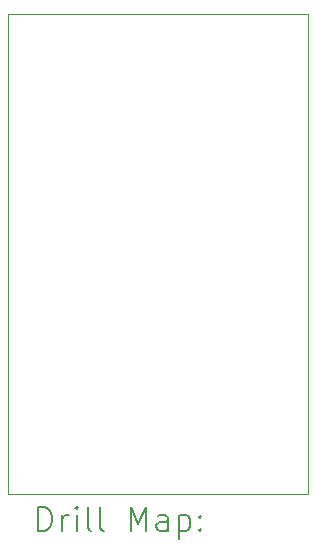
<source format=gbr>
%TF.GenerationSoftware,KiCad,Pcbnew,9.0.6*%
%TF.CreationDate,2026-01-07T21:30:00-06:00*%
%TF.ProjectId,QFP-32_7x7_P0.8,5146502d-3332-45f3-9778-375f50302e38,rev?*%
%TF.SameCoordinates,Original*%
%TF.FileFunction,Drillmap*%
%TF.FilePolarity,Positive*%
%FSLAX45Y45*%
G04 Gerber Fmt 4.5, Leading zero omitted, Abs format (unit mm)*
G04 Created by KiCad (PCBNEW 9.0.6) date 2026-01-07 21:30:00*
%MOMM*%
%LPD*%
G01*
G04 APERTURE LIST*
%ADD10C,0.050000*%
%ADD11C,0.200000*%
G04 APERTURE END LIST*
D10*
X12573000Y-10033000D02*
X15113000Y-10033000D01*
X15113000Y-14097000D01*
X12573000Y-14097000D01*
X12573000Y-10033000D01*
D11*
X12831277Y-14410984D02*
X12831277Y-14210984D01*
X12831277Y-14210984D02*
X12878896Y-14210984D01*
X12878896Y-14210984D02*
X12907467Y-14220508D01*
X12907467Y-14220508D02*
X12926515Y-14239555D01*
X12926515Y-14239555D02*
X12936039Y-14258603D01*
X12936039Y-14258603D02*
X12945562Y-14296698D01*
X12945562Y-14296698D02*
X12945562Y-14325269D01*
X12945562Y-14325269D02*
X12936039Y-14363365D01*
X12936039Y-14363365D02*
X12926515Y-14382412D01*
X12926515Y-14382412D02*
X12907467Y-14401460D01*
X12907467Y-14401460D02*
X12878896Y-14410984D01*
X12878896Y-14410984D02*
X12831277Y-14410984D01*
X13031277Y-14410984D02*
X13031277Y-14277650D01*
X13031277Y-14315746D02*
X13040801Y-14296698D01*
X13040801Y-14296698D02*
X13050324Y-14287174D01*
X13050324Y-14287174D02*
X13069372Y-14277650D01*
X13069372Y-14277650D02*
X13088420Y-14277650D01*
X13155086Y-14410984D02*
X13155086Y-14277650D01*
X13155086Y-14210984D02*
X13145562Y-14220508D01*
X13145562Y-14220508D02*
X13155086Y-14230031D01*
X13155086Y-14230031D02*
X13164610Y-14220508D01*
X13164610Y-14220508D02*
X13155086Y-14210984D01*
X13155086Y-14210984D02*
X13155086Y-14230031D01*
X13278896Y-14410984D02*
X13259848Y-14401460D01*
X13259848Y-14401460D02*
X13250324Y-14382412D01*
X13250324Y-14382412D02*
X13250324Y-14210984D01*
X13383658Y-14410984D02*
X13364610Y-14401460D01*
X13364610Y-14401460D02*
X13355086Y-14382412D01*
X13355086Y-14382412D02*
X13355086Y-14210984D01*
X13612229Y-14410984D02*
X13612229Y-14210984D01*
X13612229Y-14210984D02*
X13678896Y-14353841D01*
X13678896Y-14353841D02*
X13745562Y-14210984D01*
X13745562Y-14210984D02*
X13745562Y-14410984D01*
X13926515Y-14410984D02*
X13926515Y-14306222D01*
X13926515Y-14306222D02*
X13916991Y-14287174D01*
X13916991Y-14287174D02*
X13897943Y-14277650D01*
X13897943Y-14277650D02*
X13859848Y-14277650D01*
X13859848Y-14277650D02*
X13840801Y-14287174D01*
X13926515Y-14401460D02*
X13907467Y-14410984D01*
X13907467Y-14410984D02*
X13859848Y-14410984D01*
X13859848Y-14410984D02*
X13840801Y-14401460D01*
X13840801Y-14401460D02*
X13831277Y-14382412D01*
X13831277Y-14382412D02*
X13831277Y-14363365D01*
X13831277Y-14363365D02*
X13840801Y-14344317D01*
X13840801Y-14344317D02*
X13859848Y-14334793D01*
X13859848Y-14334793D02*
X13907467Y-14334793D01*
X13907467Y-14334793D02*
X13926515Y-14325269D01*
X14021753Y-14277650D02*
X14021753Y-14477650D01*
X14021753Y-14287174D02*
X14040801Y-14277650D01*
X14040801Y-14277650D02*
X14078896Y-14277650D01*
X14078896Y-14277650D02*
X14097943Y-14287174D01*
X14097943Y-14287174D02*
X14107467Y-14296698D01*
X14107467Y-14296698D02*
X14116991Y-14315746D01*
X14116991Y-14315746D02*
X14116991Y-14372888D01*
X14116991Y-14372888D02*
X14107467Y-14391936D01*
X14107467Y-14391936D02*
X14097943Y-14401460D01*
X14097943Y-14401460D02*
X14078896Y-14410984D01*
X14078896Y-14410984D02*
X14040801Y-14410984D01*
X14040801Y-14410984D02*
X14021753Y-14401460D01*
X14202705Y-14391936D02*
X14212229Y-14401460D01*
X14212229Y-14401460D02*
X14202705Y-14410984D01*
X14202705Y-14410984D02*
X14193182Y-14401460D01*
X14193182Y-14401460D02*
X14202705Y-14391936D01*
X14202705Y-14391936D02*
X14202705Y-14410984D01*
X14202705Y-14287174D02*
X14212229Y-14296698D01*
X14212229Y-14296698D02*
X14202705Y-14306222D01*
X14202705Y-14306222D02*
X14193182Y-14296698D01*
X14193182Y-14296698D02*
X14202705Y-14287174D01*
X14202705Y-14287174D02*
X14202705Y-14306222D01*
M02*

</source>
